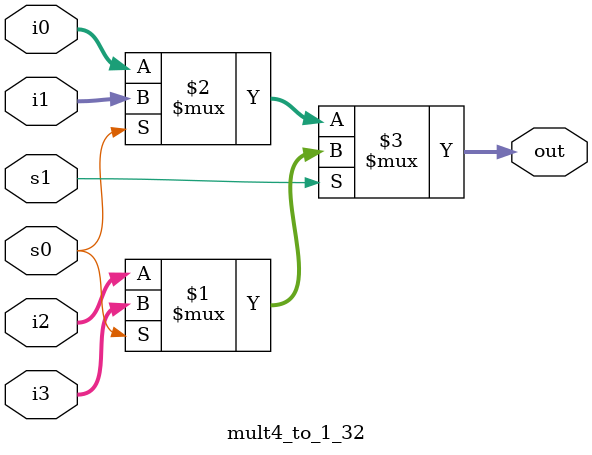
<source format=v>
module mult4_to_1_32(out, i0, i1, i2, i3, s1, s0);
output [31:0] out;
input [31:0] i0,i1,i2,i3;
input s1,s0;
assign out = s1 ? (s0 ? i3 : i2) : (s0 ? i1 : i0);
endmodule

</source>
